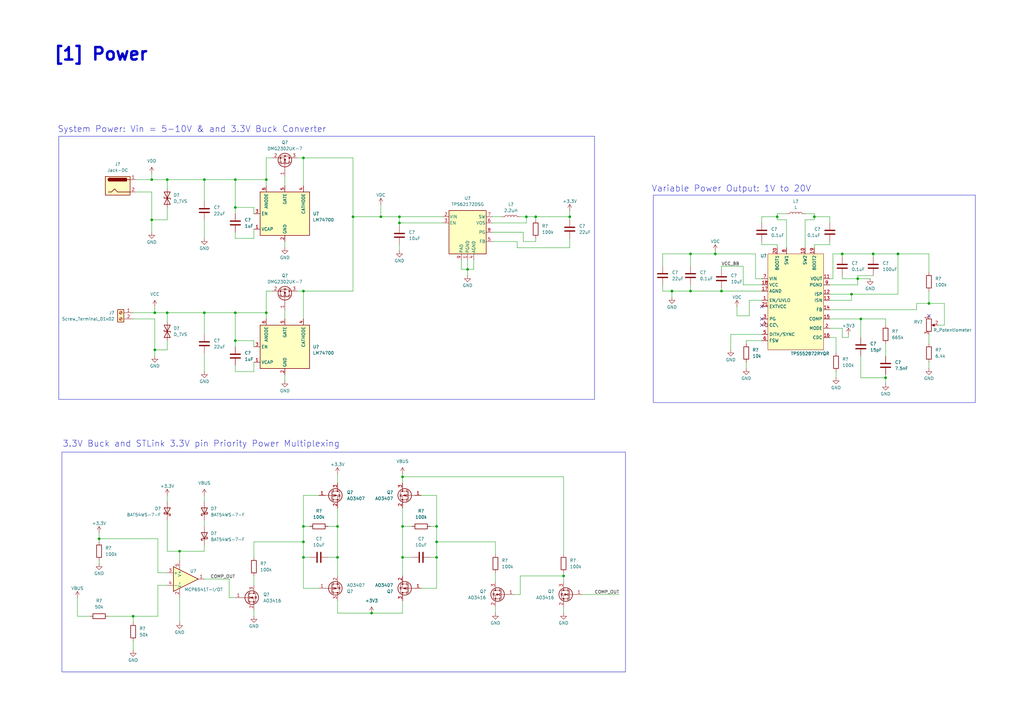
<source format=kicad_sch>
(kicad_sch (version 20231120) (generator "eeschema") (generator_version "8.0")
  (paper "A3")
  (lib_symbols
    (symbol "Comparator:MCP6561x-LT" (pin_names (offset 0.127))
      (property "Reference" "U" (at -1.27 6.35 0))
      (property "Value" "MCP6561x-LT" (at -1.27 3.81 0))
      (symbol "MCP6561x-LT_0_1"
        (pin power_in line (at -2.54 -7.62 90) (length 3.81) (name "V-") (number "2"))
        (pin power_in line (at -2.54 7.62 270) (length 3.81) (name "V+") (number "5"))
      )
      (symbol "MCP6561x-LT_1_1"
        (pin output line (at 7.62 0 180) (length 2.54) (name "~") (number "1"))
        (pin input line (at -7.62 2.54 0) (length 2.54) (name "+") (number "3"))
        (pin input line (at -7.62 -2.54 0) (length 2.54) (name "-") (number "4"))
      )
    )
    (symbol "Connector:Jack-DC" (pin_names (offset 1.016))
      (property "Reference" "J" (at 0 5.334 0))
      (property "Value" "Jack-DC" (at 0 -5.08 0))
      (symbol "Jack-DC_1_1"
        (pin passive line (at 7.62 2.54 180) (length 2.54) (name "~") (number "1"))
        (pin passive line (at 7.62 -2.54 180) (length 2.54) (name "~") (number "2"))
      )
    )
    (symbol "Connector:Screw_Terminal_01x02" (pin_names (offset 1.016) hide)
      (property "Reference" "J" (at 0 2.54 0))
      (property "Value" "Screw_Terminal_01x02" (at 0 -5.08 0))
      (symbol "Screw_Terminal_01x02_1_1"
        (pin passive line (at -5.08 0 0) (length 3.81) (name "Pin_1") (number "1"))
        (pin passive line (at -5.08 -2.54 0) (length 3.81) (name "Pin_2") (number "2"))
      )
    )
    (symbol "Device:C" (pin_numbers hide) (pin_names (offset 0.254))
      (property "Reference" "C" (at 0.635 2.54 0))
      (property "Value" "C" (at 0.635 -2.54 0))
      (symbol "C_1_1"
        (pin passive line (at 0 3.81 270) (length 2.794) (name "~") (number "1"))
        (pin passive line (at 0 -3.81 90) (length 2.794) (name "~") (number "2"))
      )
    )
    (symbol "Device:D_TVS" (pin_numbers hide) (pin_names (offset 1.016) hide)
      (property "Reference" "D" (at 0 2.54 0))
      (property "Value" "D_TVS" (at 0 -2.54 0))
      (symbol "D_TVS_1_1"
        (pin passive line (at -3.81 0 0) (length 2.54) (name "A1") (number "1"))
        (pin passive line (at 3.81 0 180) (length 2.54) (name "A2") (number "2"))
      )
    )
    (symbol "Device:L" (pin_numbers hide) (pin_names (offset 1.016) hide)
      (property "Reference" "L" (at -1.27 0 90))
      (property "Value" "L" (at 1.905 0 90))
      (symbol "L_1_1"
        (pin passive line (at 0 3.81 270) (length 1.27) (name "1") (number "1"))
        (pin passive line (at 0 -3.81 90) (length 1.27) (name "2") (number "2"))
      )
    )
    (symbol "Device:R" (pin_numbers hide) (pin_names (offset 0))
      (property "Reference" "R" (at 2.032 0 90))
      (property "Value" "R" (at 0 0 90))
      (symbol "R_1_1"
        (pin passive line (at 0 3.81 270) (length 1.27) (name "~") (number "1"))
        (pin passive line (at 0 -3.81 90) (length 1.27) (name "~") (number "2"))
      )
    )
    (symbol "Device:R_Potentiometer" (pin_names (offset 1.016) hide)
      (property "Reference" "RV" (at -4.445 0 90))
      (property "Value" "R_Potentiometer" (at -2.54 0 90))
      (symbol "R_Potentiometer_1_1"
        (pin passive line (at 0 3.81 270) (length 1.27) (name "1") (number "1"))
        (pin passive line (at 3.81 0 180) (length 1.27) (name "2") (number "2"))
        (pin passive line (at 0 -3.81 90) (length 1.27) (name "3") (number "3"))
      )
    )
    (symbol "Diode:BAT54J" (pin_numbers hide) (pin_names (offset 1.016) hide)
      (property "Reference" "D" (at 0 2.54 0))
      (property "Value" "BAT54J" (at 0 -2.54 0))
      (symbol "BAT54J_1_1"
        (pin passive line (at -3.81 0 0) (length 2.54) (name "K") (number "1"))
        (pin passive line (at 3.81 0 180) (length 2.54) (name "A") (number "2"))
      )
    )
    (symbol "Power_Management:LM74700"
      (property "Reference" "U?" (at 11.43 1.2701 0))
      (property "Value" "LM74700" (at 11.43 -1.2699 0))
      (symbol "LM74700_1_1"
        (pin passive line (at -12.7 -5.08 0) (length 2.54) (name "VCAP") (number "1"))
        (pin power_in line (at 0 -10.16 90) (length 2.54) (name "GND") (number "2"))
        (pin input line (at -12.7 1.27 0) (length 2.54) (name "EN") (number "3"))
        (pin input line (at 7.62 12.7 270) (length 2.54) (name "CATHODE") (number "4"))
        (pin output line (at 0 12.7 270) (length 2.54) (name "GATE") (number "5"))
        (pin power_in line (at -7.62 12.7 270) (length 2.54) (name "ANODE") (number "6"))
      )
    )
    (symbol "Regulator_Switching:TPS62172DSG" (pin_names (offset 0.254))
      (property "Reference" "U?" (at 0 15.24 0))
      (property "Value" "TPS62172DSG" (at 0 12.7 0))
      (symbol "TPS62172DSG_1_1"
        (pin power_in line (at 0 -10.16 90) (length 2.54) (name "PGND") (number "1"))
        (pin power_in line (at -10.16 7.62 0) (length 2.54) (name "VIN") (number "2"))
        (pin input line (at -10.16 5.08 0) (length 2.54) (name "EN") (number "3"))
        (pin power_in line (at 2.54 -10.16 90) (length 2.54) (name "AGND") (number "4"))
        (pin input line (at 10.16 -2.54 180) (length 2.54) (name "FB") (number "5"))
        (pin input line (at 10.16 5.08 180) (length 2.54) (name "VOS") (number "6"))
        (pin output line (at 10.16 7.62 180) (length 2.54) (name "SW") (number "7"))
        (pin open_collector line (at 10.16 1.27 180) (length 2.54) (name "PG") (number "8"))
        (pin power_in line (at -2.54 -10.16 90) (length 2.54) (name "PAD") (number "9"))
      )
    )
    (symbol "TPS552872_Buck-Boost:TPS552872RYQR"
      (property "Reference" "U" (at -12.446 20.32 0))
      (property "Value" "TPS552872RYQR" (at 8.128 -21.844 0))
      (symbol "TPS552872RYQR_0_0"
        (pin input line (at -13.97 0 0) (length 2.54) (name "EN/UVLO") (number "1"))
        (pin power_in line (at 3.81 21.59 270) (length 2.54) (name "SW2") (number "10"))
        (pin power_out line (at 13.97 8.89 180) (length 2.54) (name "VOUT") (number "11"))
        (pin input line (at 13.97 2.54 180) (length 2.54) (name "ISP") (number "12"))
        (pin input line (at 13.97 0 180) (length 2.54) (name "ISN") (number "13"))
        (pin input line (at 13.97 -3.81 180) (length 2.54) (name "FB") (number "14"))
        (pin output line (at 13.97 -7.62 180) (length 2.54) (name "COMP") (number "15"))
        (pin output line (at 13.97 -15.24 180) (length 2.54) (name "CDC") (number "16"))
        (pin passive line (at -13.97 3.81 0) (length 2.54) (name "AGND") (number "17"))
        (pin output line (at -13.97 6.35 0) (length 2.54) (name "VCC") (number "18"))
        (pin output line (at 7.62 21.59 270) (length 2.54) (name "BOOT2") (number "19"))
        (pin input line (at 13.97 -11.43 180) (length 2.54) (name "MODE") (number "2"))
        (pin output line (at -7.62 21.59 270) (length 2.54) (name "BOOT1") (number "20"))
        (pin input line (at -13.97 -2.54 0) (length 2.54) (name "EXTVCC") (number "21"))
        (pin open_collector line (at -13.97 -7.62 0) (length 2.54) (name "PG") (number "3"))
        (pin open_collector inverted (at -13.97 -10.16 0) (length 2.54) (name "CC\\") (number "4"))
        (pin input line (at -13.97 -13.97 0) (length 2.54) (name "DITH/SYNC") (number "5"))
        (pin input line (at -13.97 -16.51 0) (length 2.54) (name "FSW") (number "6"))
        (pin power_in line (at -13.97 8.89 0) (length 2.54) (name "VIN") (number "7"))
        (pin power_in line (at -3.81 21.59 270) (length 2.54) (name "SW1") (number "8"))
        (pin power_in line (at 13.97 6.35 180) (length 2.54) (name "PGND") (number "9"))
      )
    )
    (symbol "Transistor_FET:AO3400A" (pin_names hide)
      (property "Reference" "Q" (at 5.08 1.905 0))
      (property "Value" "AO3400A" (at 5.08 0 0))
      (symbol "AO3400A_1_1"
        (pin input line (at -5.08 0 0) (length 2.54) (name "G") (number "1"))
        (pin passive line (at 2.54 -5.08 90) (length 2.54) (name "S") (number "2"))
        (pin passive line (at 2.54 5.08 270) (length 2.54) (name "D") (number "3"))
      )
    )
    (symbol "Transistor_FET:AO3401A" (pin_names hide)
      (property "Reference" "Q" (at 5.08 1.905 0))
      (property "Value" "AO3401A" (at 5.08 0 0))
      (symbol "AO3401A_1_1"
        (pin input line (at -5.08 0 0) (length 2.54) (name "G") (number "1"))
        (pin passive line (at 2.54 -5.08 90) (length 2.54) (name "S") (number "2"))
        (pin passive line (at 2.54 5.08 270) (length 2.54) (name "D") (number "3"))
      )
    )
    (symbol "Transistor_FET:DMG2302U" (pin_names hide)
      (property "Reference" "Q" (at 5.08 1.905 0))
      (property "Value" "DMG2302U" (at 5.08 0 0))
      (symbol "DMG2302U_1_1"
        (pin input line (at -5.08 0 0) (length 2.54) (name "G") (number "1"))
        (pin passive line (at 2.54 -5.08 90) (length 2.54) (name "S") (number "2"))
        (pin passive line (at 2.54 5.08 270) (length 2.54) (name "D") (number "3"))
      )
    )
    (symbol "power:+3.3V" (power) (pin_numbers hide) (pin_names (offset 0) hide)
      (property "Value" "+3.3V" (at 0 3.556 0))
      (symbol "+3.3V_1_1"
        (pin power_in line (at 0 0 90) (length 0) (name "~") (number "1"))
      )
    )
    (symbol "power:+3V3" (power) (pin_numbers hide) (pin_names (offset 0) hide)
      (property "Value" "+3V3" (at 0 3.556 0))
      (symbol "+3V3_1_1"
        (pin power_in line (at 0 0 90) (length 0) (name "~") (number "1"))
      )
    )
    (symbol "power:GND" (power) (pin_numbers hide) (pin_names (offset 0) hide)
      (property "Value" "GND" (at 0 -3.81 0))
      (symbol "GND_1_1"
        (pin power_in line (at 0 0 270) (length 0) (name "~") (number "1"))
      )
    )
    (symbol "power:VBUS" (power) (pin_numbers hide) (pin_names (offset 0) hide)
      (property "Value" "VBUS" (at 0 3.556 0))
      (symbol "VBUS_1_1"
        (pin power_in line (at 0 0 90) (length 0) (name "~") (number "1"))
      )
    )
    (symbol "power:VCC" (power) (pin_numbers hide) (pin_names (offset 0) hide)
      (property "Value" "VCC" (at 0 3.556 0))
      (symbol "VCC_1_1"
        (pin power_in line (at 0 0 90) (length 0) (name "~") (number "1"))
      )
    )
    (symbol "power:VDC" (power) (pin_numbers hide) (pin_names (offset 0) hide)
      (property "Value" "VDC" (at 0 3.556 0))
      (symbol "VDC_1_1"
        (pin power_in line (at 0 0 90) (length 0) (name "~") (number "1"))
      )
    )
    (symbol "power:VDD" (power) (pin_numbers hide) (pin_names (offset 0) hide)
      (property "Value" "VDD" (at 0 3.556 0))
      (symbol "VDD_1_1"
        (pin power_in line (at 0 0 90) (length 0) (name "~") (number "1"))
      )
    )
  )
  (junction (at 363.22 154.94))
  (junction (at 231.14 236.22))
  (junction (at 68.58 73.66))
  (junction (at 179.07 228.6))
  (junction (at 63.5 128.27))
  (junction (at 83.82 73.66))
  (junction (at 163.83 91.44))
  (junction (at 334.01 88.9))
  (junction (at 62.23 90.17))
  (junction (at 349.25 120.65))
  (junction (at 163.83 88.9))
  (junction (at 345.44 104.14))
  (junction (at 179.07 215.9))
  (junction (at 138.43 228.6))
  (junction (at 165.1 195.58))
  (junction (at 40.64 220.98))
  (junction (at 63.5 143.51))
  (junction (at 144.78 88.9))
  (junction (at 358.14 104.14))
  (junction (at 54.61 252.73))
  (junction (at 351.79 114.3))
  (junction (at 109.22 128.27))
  (junction (at 96.52 128.27))
  (junction (at 124.46 222.25))
  (junction (at 275.59 119.38))
  (junction (at 191.77 110.49))
  (junction (at 165.1 215.9))
  (junction (at 73.66 226.06))
  (junction (at 62.23 73.66))
  (junction (at 283.21 119.38))
  (junction (at 68.58 128.27))
  (junction (at 179.07 222.25))
  (junction (at 219.71 88.9))
  (junction (at 124.46 228.6))
  (junction (at 96.52 73.66))
  (junction (at 83.82 128.27))
  (junction (at 152.4 251.46))
  (junction (at 283.21 104.14))
  (junction (at 138.43 215.9))
  (junction (at 165.1 228.6))
  (junction (at 124.46 64.77))
  (junction (at 318.77 88.9))
  (junction (at 96.52 139.7))
  (junction (at 353.06 130.81))
  (junction (at 368.3 104.14))
  (junction (at 109.22 73.66))
  (junction (at 233.68 88.9))
  (junction (at 156.21 88.9))
  (junction (at 124.46 119.38))
  (junction (at 293.37 104.14))
  (junction (at 381 124.46))
  (junction (at 96.52 85.09))
  (junction (at 295.91 119.38))
  (junction (at 124.46 215.9))
  (junction (at 215.9 88.9))
  (no_connect (at 381 129.54))
  (no_connect (at 312.42 133.35))
  (no_connect (at 312.42 130.81))
  (no_connect (at 312.42 125.73))
  (wire (pts (xy 68.58 73.66) (xy 83.82 73.66)))
  (wire (pts (xy 368.3 120.65) (xy 349.25 120.65)))
  (wire (pts (xy 189.23 106.68) (xy 189.23 110.49)))
  (wire (pts (xy 231.14 236.22) (xy 231.14 238.76)))
  (wire (pts (xy 191.77 110.49) (xy 194.31 110.49)))
  (wire (pts (xy 93.98 237.49) (xy 93.98 245.11)))
  (wire (pts (xy 152.4 251.46) (xy 165.1 251.46)))
  (wire (pts (xy 340.36 91.44) (xy 340.36 88.9)))
  (wire (pts (xy 165.1 195.58) (xy 165.1 198.12)))
  (wire (pts (xy 283.21 116.84) (xy 283.21 119.38)))
  (wire (pts (xy 96.52 152.4) (xy 104.14 152.4)))
  (wire (pts (xy 165.1 251.46) (xy 165.1 246.38)))
  (wire (pts (xy 233.68 86.36) (xy 233.68 88.9)))
  (wire (pts (xy 172.72 241.3) (xy 179.07 241.3)))
  (wire (pts (xy 381 137.16) (xy 381 140.97)))
  (wire (pts (xy 68.58 234.95) (xy 64.77 234.95)))
  (wire (pts (xy 201.93 95.25) (xy 214.63 95.25)))
  (wire (pts (xy 353.06 146.05) (xy 353.06 154.94)))
  (wire (pts (xy 302.26 125.73) (xy 302.26 129.54)))
  (wire (pts (xy 116.84 153.67) (xy 116.84 156.21)))
  (wire (pts (xy 165.1 208.28) (xy 165.1 215.9)))
  (wire (pts (xy 104.14 228.6) (xy 104.14 222.25)))
  (wire (pts (xy 312.42 88.9) (xy 318.77 88.9)))
  (wire (pts (xy 124.46 215.9) (xy 127 215.9)))
  (wire (pts (xy 83.82 82.55) (xy 83.82 73.66)))
  (wire (pts (xy 104.14 142.24) (xy 104.14 139.7)))
  (wire (pts (xy 375.92 124.46) (xy 381 124.46)))
  (wire (pts (xy 124.46 130.81) (xy 124.46 119.38)))
  (wire (pts (xy 104.14 93.98) (xy 104.14 97.79)))
  (wire (pts (xy 104.14 236.22) (xy 104.14 240.03)))
  (wire (pts (xy 124.46 241.3) (xy 124.46 228.6)))
  (wire (pts (xy 130.81 203.2) (xy 124.46 203.2)))
  (wire (pts (xy 219.71 97.79) (xy 219.71 99.06)))
  (wire (pts (xy 138.43 208.28) (xy 138.43 215.9)))
  (wire (pts (xy 345.44 114.3) (xy 351.79 114.3)))
  (wire (pts (xy 134.62 228.6) (xy 138.43 228.6)))
  (wire (pts (xy 124.46 119.38) (xy 144.78 119.38)))
  (wire (pts (xy 104.14 148.59) (xy 104.14 152.4)))
  (wire (pts (xy 304.8 116.84) (xy 312.42 116.84)))
  (wire (pts (xy 40.64 220.98) (xy 40.64 222.25)))
  (wire (pts (xy 358.14 113.03) (xy 351.79 113.03)))
  (wire (pts (xy 318.77 87.63) (xy 318.77 88.9)))
  (wire (pts (xy 345.44 113.03) (xy 345.44 114.3)))
  (wire (pts (xy 83.82 144.78) (xy 83.82 152.4)))
  (wire (pts (xy 318.77 88.9) (xy 318.77 90.17)))
  (wire (pts (xy 231.14 248.92) (xy 231.14 251.46)))
  (wire (pts (xy 342.9 138.43) (xy 342.9 144.78)))
  (wire (pts (xy 96.52 128.27) (xy 96.52 139.7)))
  (wire (pts (xy 309.88 114.3) (xy 312.42 114.3)))
  (wire (pts (xy 347.98 138.43) (xy 347.98 137.16)))
  (wire (pts (xy 165.1 195.58) (xy 231.14 195.58)))
  (wire (pts (xy 349.25 123.19) (xy 349.25 120.65)))
  (wire (pts (xy 68.58 240.03) (xy 64.77 240.03)))
  (wire (pts (xy 191.77 110.49) (xy 191.77 113.03)))
  (wire (pts (xy 213.36 243.84) (xy 213.36 236.22)))
  (wire (pts (xy 231.14 234.95) (xy 231.14 236.22)))
  (wire (pts (xy 340.36 99.06) (xy 340.36 100.33)))
  (wire (pts (xy 68.58 143.51) (xy 63.5 143.51)))
  (wire (pts (xy 109.22 76.2) (xy 109.22 73.66)))
  (wire (pts (xy 312.42 139.7) (xy 306.07 139.7)))
  (wire (pts (xy 312.42 100.33) (xy 318.77 100.33)))
  (wire (pts (xy 73.66 245.11) (xy 73.66 255.27)))
  (wire (pts (xy 62.23 71.12) (xy 62.23 73.66)))
  (wire (pts (xy 55.88 78.74) (xy 62.23 78.74)))
  (wire (pts (xy 83.82 223.52) (xy 83.82 226.06)))
  (wire (pts (xy 295.91 109.22) (xy 304.8 109.22)))
  (wire (pts (xy 213.36 236.22) (xy 231.14 236.22)))
  (wire (pts (xy 358.14 104.14) (xy 368.3 104.14)))
  (wire (pts (xy 138.43 215.9) (xy 138.43 228.6)))
  (wire (pts (xy 381 119.38) (xy 381 124.46)))
  (wire (pts (xy 138.43 246.38) (xy 138.43 251.46)))
  (wire (pts (xy 96.52 73.66) (xy 96.52 85.09)))
  (wire (pts (xy 363.22 153.67) (xy 363.22 154.94)))
  (wire (pts (xy 124.46 119.38) (xy 121.92 119.38)))
  (wire (pts (xy 96.52 85.09) (xy 96.52 87.63)))
  (wire (pts (xy 306.07 139.7) (xy 306.07 140.97)))
  (wire (pts (xy 231.14 195.58) (xy 231.14 227.33)))
  (wire (pts (xy 62.23 90.17) (xy 62.23 95.25)))
  (wire (pts (xy 144.78 64.77) (xy 144.78 88.9)))
  (wire (pts (xy 68.58 226.06) (xy 73.66 226.06)))
  (wire (pts (xy 163.83 100.33) (xy 163.83 102.87)))
  (wire (pts (xy 345.44 104.14) (xy 358.14 104.14)))
  (wire (pts (xy 345.44 104.14) (xy 345.44 105.41)))
  (wire (pts (xy 163.83 91.44) (xy 181.61 91.44)))
  (wire (pts (xy 96.52 97.79) (xy 104.14 97.79)))
  (wire (pts (xy 124.46 64.77) (xy 121.92 64.77)))
  (wire (pts (xy 203.2 222.25) (xy 179.07 222.25)))
  (wire (pts (xy 312.42 99.06) (xy 312.42 100.33)))
  (wire (pts (xy 156.21 83.82) (xy 156.21 88.9)))
  (wire (pts (xy 165.1 194.31) (xy 165.1 195.58)))
  (wire (pts (xy 104.14 222.25) (xy 124.46 222.25)))
  (wire (pts (xy 179.07 203.2) (xy 179.07 215.9)))
  (wire (pts (xy 109.22 64.77) (xy 109.22 73.66)))
  (wire (pts (xy 363.22 154.94) (xy 363.22 157.48)))
  (wire (pts (xy 138.43 228.6) (xy 138.43 236.22)))
  (wire (pts (xy 342.9 152.4) (xy 342.9 154.94)))
  (wire (pts (xy 63.5 143.51) (xy 63.5 146.05)))
  (wire (pts (xy 68.58 90.17) (xy 62.23 90.17)))
  (wire (pts (xy 40.64 220.98) (xy 64.77 220.98)))
  (wire (pts (xy 104.14 139.7) (xy 96.52 139.7)))
  (wire (pts (xy 93.98 245.11) (xy 96.52 245.11)))
  (wire (pts (xy 64.77 240.03) (xy 64.77 252.73)))
  (wire (pts (xy 83.82 213.36) (xy 83.82 215.9)))
  (wire (pts (xy 62.23 73.66) (xy 68.58 73.66)))
  (wire (pts (xy 307.34 123.19) (xy 312.42 123.19)))
  (wire (pts (xy 83.82 203.2) (xy 83.82 205.74)))
  (wire (pts (xy 54.61 130.81) (xy 63.5 130.81)))
  (wire (pts (xy 116.84 72.39) (xy 116.84 76.2)))
  (wire (pts (xy 124.46 203.2) (xy 124.46 215.9)))
  (wire (pts (xy 134.62 215.9) (xy 138.43 215.9)))
  (wire (pts (xy 233.68 97.79) (xy 233.68 101.6)))
  (wire (pts (xy 213.36 88.9) (xy 215.9 88.9)))
  (wire (pts (xy 73.66 226.06) (xy 83.82 226.06)))
  (wire (pts (xy 116.84 99.06) (xy 116.84 101.6)))
  (wire (pts (xy 165.1 215.9) (xy 165.1 228.6)))
  (wire (pts (xy 168.91 215.9) (xy 165.1 215.9)))
  (wire (pts (xy 363.22 130.81) (xy 353.06 130.81)))
  (wire (pts (xy 144.78 119.38) (xy 144.78 88.9)))
  (wire (pts (xy 138.43 251.46) (xy 152.4 251.46)))
  (wire (pts (xy 219.71 99.06) (xy 214.63 99.06)))
  (wire (pts (xy 124.46 228.6) (xy 127 228.6)))
  (wire (pts (xy 168.91 228.6) (xy 165.1 228.6)))
  (wire (pts (xy 306.07 148.59) (xy 306.07 151.13)))
  (wire (pts (xy 318.77 100.33) (xy 318.77 101.6)))
  (wire (pts (xy 334.01 88.9) (xy 334.01 90.17)))
  (wire (pts (xy 271.78 116.84) (xy 271.78 119.38)))
  (wire (pts (xy 63.5 130.81) (xy 63.5 143.51)))
  (wire (pts (xy 179.07 222.25) (xy 179.07 228.6)))
  (wire (pts (xy 68.58 139.7) (xy 68.58 143.51)))
  (wire (pts (xy 345.44 138.43) (xy 347.98 138.43)))
  (wire (pts (xy 124.46 64.77) (xy 144.78 64.77)))
  (wire (pts (xy 375.92 127) (xy 375.92 124.46)))
  (wire (pts (xy 163.83 88.9) (xy 163.83 91.44)))
  (wire (pts (xy 104.14 85.09) (xy 96.52 85.09)))
  (wire (pts (xy 283.21 104.14) (xy 283.21 109.22)))
  (wire (pts (xy 334.01 100.33) (xy 334.01 101.6)))
  (wire (pts (xy 312.42 137.16) (xy 299.72 137.16)))
  (wire (pts (xy 54.61 252.73) (xy 54.61 255.27)))
  (wire (pts (xy 271.78 104.14) (xy 271.78 109.22)))
  (wire (pts (xy 214.63 99.06) (xy 214.63 95.25)))
  (wire (pts (xy 96.52 95.25) (xy 96.52 97.79)))
  (wire (pts (xy 40.64 218.44) (xy 40.64 220.98)))
  (wire (pts (xy 191.77 106.68) (xy 191.77 110.49)))
  (wire (pts (xy 179.07 215.9) (xy 176.53 215.9)))
  (wire (pts (xy 83.82 237.49) (xy 93.98 237.49)))
  (wire (pts (xy 109.22 130.81) (xy 109.22 128.27)))
  (wire (pts (xy 384.81 133.35) (xy 387.35 133.35)))
  (wire (pts (xy 172.72 203.2) (xy 179.07 203.2)))
  (wire (pts (xy 330.2 90.17) (xy 330.2 101.6)))
  (wire (pts (xy 68.58 77.47) (xy 68.58 73.66)))
  (wire (pts (xy 144.78 88.9) (xy 156.21 88.9)))
  (wire (pts (xy 124.46 76.2) (xy 124.46 64.77)))
  (wire (pts (xy 96.52 139.7) (xy 96.52 142.24)))
  (wire (pts (xy 307.34 129.54) (xy 307.34 123.19)))
  (wire (pts (xy 116.84 127) (xy 116.84 130.81)))
  (wire (pts (xy 40.64 229.87) (xy 40.64 231.14)))
  (wire (pts (xy 68.58 213.36) (xy 68.58 226.06)))
  (wire (pts (xy 295.91 110.49) (xy 295.91 109.22)))
  (wire (pts (xy 163.83 91.44) (xy 163.83 92.71)))
  (wire (pts (xy 68.58 85.09) (xy 68.58 90.17)))
  (wire (pts (xy 351.79 114.3) (xy 351.79 116.84)))
  (wire (pts (xy 54.61 262.89) (xy 54.61 266.7)))
  (wire (pts (xy 189.23 110.49) (xy 191.77 110.49)))
  (wire (pts (xy 109.22 128.27) (xy 96.52 128.27)))
  (wire (pts (xy 179.07 215.9) (xy 179.07 222.25)))
  (wire (pts (xy 363.22 140.97) (xy 363.22 146.05)))
  (wire (pts (xy 351.79 113.03) (xy 351.79 114.3)))
  (wire (pts (xy 334.01 87.63) (xy 334.01 88.9)))
  (wire (pts (xy 381 148.59) (xy 381 151.13)))
  (wire (pts (xy 340.36 130.81) (xy 353.06 130.81)))
  (wire (pts (xy 73.66 226.06) (xy 73.66 229.87)))
  (wire (pts (xy 293.37 104.14) (xy 309.88 104.14)))
  (wire (pts (xy 83.82 128.27) (xy 96.52 128.27)))
  (wire (pts (xy 109.22 119.38) (xy 109.22 128.27)))
  (wire (pts (xy 312.42 91.44) (xy 312.42 88.9)))
  (wire (pts (xy 62.23 78.74) (xy 62.23 90.17)))
  (wire (pts (xy 340.36 114.3) (xy 341.63 114.3)))
  (wire (pts (xy 165.1 228.6) (xy 165.1 236.22)))
  (wire (pts (xy 111.76 119.38) (xy 109.22 119.38)))
  (wire (pts (xy 109.22 73.66) (xy 96.52 73.66)))
  (wire (pts (xy 203.2 248.92) (xy 203.2 251.46)))
  (wire (pts (xy 340.36 88.9) (xy 334.01 88.9)))
  (wire (pts (xy 381 111.76) (xy 381 104.14)))
  (wire (pts (xy 309.88 104.14) (xy 309.88 114.3)))
  (wire (pts (xy 322.58 90.17) (xy 322.58 101.6)))
  (wire (pts (xy 201.93 91.44) (xy 215.9 91.44)))
  (wire (pts (xy 215.9 91.44) (xy 215.9 88.9)))
  (wire (pts (xy 351.79 116.84) (xy 340.36 116.84)))
  (wire (pts (xy 194.31 106.68) (xy 194.31 110.49)))
  (wire (pts (xy 83.82 90.17) (xy 83.82 97.79)))
  (wire (pts (xy 381 124.46) (xy 387.35 124.46)))
  (wire (pts (xy 213.36 243.84) (xy 210.82 243.84)))
  (wire (pts (xy 238.76 243.84) (xy 254 243.84)))
  (wire (pts (xy 124.46 215.9) (xy 124.46 222.25)))
  (wire (pts (xy 340.36 134.62) (xy 345.44 134.62)))
  (wire (pts (xy 63.5 128.27) (xy 68.58 128.27)))
  (wire (pts (xy 356.87 114.3) (xy 351.79 114.3)))
  (wire (pts (xy 341.63 104.14) (xy 345.44 104.14)))
  (wire (pts (xy 31.75 252.73) (xy 36.83 252.73)))
  (wire (pts (xy 83.82 137.16) (xy 83.82 128.27)))
  (wire (pts (xy 368.3 104.14) (xy 368.3 120.65)))
  (wire (pts (xy 295.91 119.38) (xy 312.42 119.38)))
  (wire (pts (xy 387.35 133.35) (xy 387.35 124.46)))
  (wire (pts (xy 340.36 100.33) (xy 334.01 100.33)))
  (wire (pts (xy 299.72 137.16) (xy 299.72 143.51)))
  (wire (pts (xy 304.8 109.22) (xy 304.8 116.84)))
  (wire (pts (xy 340.36 123.19) (xy 349.25 123.19)))
  (wire (pts (xy 341.63 114.3) (xy 341.63 104.14)))
  (wire (pts (xy 124.46 222.25) (xy 124.46 228.6)))
  (wire (pts (xy 358.14 104.14) (xy 358.14 105.41)))
  (wire (pts (xy 271.78 119.38) (xy 275.59 119.38)))
  (wire (pts (xy 212.09 101.6) (xy 212.09 99.06)))
  (wire (pts (xy 215.9 88.9) (xy 219.71 88.9)))
  (wire (pts (xy 179.07 241.3) (xy 179.07 228.6)))
  (wire (pts (xy 233.68 88.9) (xy 233.68 90.17)))
  (wire (pts (xy 68.58 128.27) (xy 83.82 128.27)))
  (wire (pts (xy 318.77 90.17) (xy 322.58 90.17)))
  (wire (pts (xy 345.44 134.62) (xy 345.44 138.43)))
  (wire (pts (xy 64.77 234.95) (xy 64.77 220.98)))
  (wire (pts (xy 203.2 222.25) (xy 203.2 227.33)))
  (wire (pts (xy 96.52 149.86) (xy 96.52 152.4)))
  (wire (pts (xy 104.14 250.19) (xy 104.14 252.73)))
  (wire (pts (xy 330.2 87.63) (xy 334.01 87.63)))
  (wire (pts (xy 353.06 130.81) (xy 353.06 138.43)))
  (wire (pts (xy 63.5 128.27) (xy 54.61 128.27)))
  (wire (pts (xy 381 104.14) (xy 368.3 104.14)))
  (wire (pts (xy 201.93 88.9) (xy 205.74 88.9)))
  (wire (pts (xy 322.58 87.63) (xy 318.77 87.63)))
  (wire (pts (xy 44.45 252.73) (xy 54.61 252.73)))
  (wire (pts (xy 295.91 118.11) (xy 295.91 119.38)))
  (wire (pts (xy 233.68 101.6) (xy 212.09 101.6)))
  (wire (pts (xy 283.21 119.38) (xy 295.91 119.38)))
  (wire (pts (xy 130.81 241.3) (xy 124.46 241.3)))
  (wire (pts (xy 83.82 73.66) (xy 96.52 73.66)))
  (wire (pts (xy 293.37 104.14) (xy 283.21 104.14)))
  (wire (pts (xy 271.78 104.14) (xy 283.21 104.14)))
  (wire (pts (xy 201.93 99.06) (xy 212.09 99.06)))
  (wire (pts (xy 293.37 102.87) (xy 293.37 104.14)))
  (wire (pts (xy 111.76 64.77) (xy 109.22 64.77)))
  (wire (pts (xy 156.21 88.9) (xy 163.83 88.9)))
  (wire (pts (xy 334.01 90.17) (xy 330.2 90.17)))
  (wire (pts (xy 275.59 121.92) (xy 275.59 119.38)))
  (wire (pts (xy 340.36 138.43) (xy 342.9 138.43)))
  (wire (pts (xy 353.06 154.94) (xy 363.22 154.94)))
  (wire (pts (xy 302.26 129.54) (xy 307.34 129.54)))
  (wire (pts (xy 219.71 88.9) (xy 233.68 88.9)))
  (wire (pts (xy 349.25 120.65) (xy 340.36 120.65)))
  (wire (pts (xy 104.14 87.63) (xy 104.14 85.09)))
  (wire (pts (xy 68.58 128.27) (xy 68.58 132.08)))
  (wire (pts (xy 138.43 194.31) (xy 138.43 198.12)))
  (wire (pts (xy 219.71 88.9) (xy 219.71 90.17)))
  (wire (pts (xy 63.5 125.73) (xy 63.5 128.27)))
  (wire (pts (xy 31.75 245.11) (xy 31.75 252.73)))
  (wire (pts (xy 363.22 133.35) (xy 363.22 130.81)))
  (wire (pts (xy 275.59 119.38) (xy 283.21 119.38)))
  (wire (pts (xy 203.2 234.95) (xy 203.2 238.76)))
  (wire (pts (xy 340.36 127) (xy 375.92 127)))
  (wire (pts (xy 179.07 228.6) (xy 176.53 228.6)))
  (wire (pts (xy 181.61 88.9) (xy 163.83 88.9)))
  (wire (pts (xy 64.77 252.73) (xy 54.61 252.73)))
  (wire (pts (xy 62.23 73.66) (xy 55.88 73.66)))
  (wire (pts (xy 68.58 203.2) (xy 68.58 205.74)))
  (rectangle (start 267.97 80.01) (end 400.05 165.1))
  (rectangle (start 24.13 55.88) (end 243.84 163.83))
  (rectangle (start 25.4 185.42) (end 256.54 275.59))
  (text "System Power: Vin = 5-10V & and 3.3V Buck Converter" (at 78.74 53.086 0) (effects (font (size 2.54 2.54))))
  (text "Variable Power Output: 1V to 20V" (at 299.974 77.47 0) (effects (font (size 2.54 2.54))))
  (text "[1] Power" (at 41.402 22.352 0) (effects (font (size 5.08 5.08) (thickness 1.016) (bold yes))))
  (text " 3.3V Buck and STLink 3.3V pin Priority Power Multiplexing" (at 81.534 182.118 0) (effects (font (size 2.54 2.54))))
  (label "COMP_OUT" (at 254 243.84 180))
  (label "VCC_BB" (at 295.91 109.22 0))
  (label "COMP_OUT" (at 86.36 237.49 0))
  (symbol (lib_id "Device:R") (at 172.72 215.9 270) (mirror x) (unit 1)
    (property "Reference" "R?" (at 172.72 209.55 90))
    (property "Value" "100k" (at 172.72 212.09 90))
    (property "Description" "Resistor" (effects (hide yes)))
  )
  (symbol (lib_id "Device:C") (at 96.52 91.44 0) (unit 1)
    (property "Reference" "C?" (at 100.33 90.1699 0) (effects (justify left)))
    (property "Value" "1uF" (at 100.33 92.7099 0) (effects (justify left)))
    (property "Description" "Unpolarized capacitor" (effects (hide yes)))
  )
  (symbol (lib_id "Device:C") (at 83.82 140.97 0) (unit 1)
    (property "Reference" "C?" (at 87.63 139.6999 0) (effects (justify left)))
    (property "Value" "22uF" (at 87.63 142.2399 0) (effects (justify left)))
    (property "Description" "Unpolarized capacitor" (effects (hide yes)))
  )
  (symbol (lib_id "Device:C") (at 283.21 113.03 0) (unit 1)
    (property "Reference" "C?" (at 287.02 111.7599 0) (effects (justify left)))
    (property "Value" "0.1uF" (at 287.02 114.2999 0) (effects (justify left)))
    (property "Description" "Unpolarized capacitor" (effects (hide yes)))
  )
  (symbol (lib_id "Device:R") (at 40.64 226.06 0) (unit 1)
    (property "Reference" "R?" (at 43.18 224.7899 0) (effects (justify left)))
    (property "Value" "100k" (at 43.18 227.3299 0) (effects (justify left)))
    (property "Description" "Resistor" (effects (hide yes)))
  )
  (symbol (lib_id "Device:R") (at 130.81 215.9 90) (unit 1)
    (property "Reference" "R?" (at 130.81 209.55 90))
    (property "Value" "100k" (at 130.81 212.09 90))
    (property "Description" "Resistor" (effects (hide yes)))
  )
  (symbol (lib_id "power:+3V3") (at 152.4 251.46 0) (unit 1)
    (property "Reference" "#PWR033" (effects (hide yes)))
    (property "Value" "+3V3" (at 152.4 246.38 0))
    (property "Description" "Power symbol creates a global label with name \"+3V3\"" (effects (hide yes)))
  )
  (symbol (lib_id "power:GND") (at 40.64 231.14 0) (unit 1)
    (property "Reference" "#PWR024" (effects (hide yes)))
    (property "Value" "GND" (at 40.64 235.204 0))
    (property "Description" "Power symbol creates a global label with name \"GND\" , ground" (effects (hide yes)))
  )
  (symbol (lib_id "power:GND") (at 275.59 121.92 0) (unit 1)
    (property "Reference" "#PWR035" (effects (hide yes)))
    (property "Value" "GND" (at 275.59 125.984 0))
    (property "Description" "Power symbol creates a global label with name \"GND\" , ground" (effects (hide yes)))
  )
  (symbol (lib_id "Transistor_FET:AO3401A") (at 135.89 241.3 0) (mirror x) (unit 1)
    (property "Reference" "Q?" (at 142.24 242.5701 0) (effects (justify left)))
    (property "Value" "AO3407" (at 142.24 240.0301 0) (effects (justify left)))
    (property "Footprint" "Package_TO_SOT_SMD:SOT-23" (effects (hide yes)))
    (property "Datasheet" "http://www.aosmd.com/pdfs/datasheet/AO3401A.pdf" (effects (hide yes)))
    (property "Description" "-4.0A Id, -30V Vds, P-Channel MOSFET, SOT-23" (effects (hide yes)))
  )
  (symbol (lib_id "Device:R_Potentiometer") (at 381 133.35 0) (unit 1)
    (property "Reference" "RV?" (at 378.46 132.0799 0) (effects (justify right)))
    (property "Value" "R_Potentiometer" (at 398.526 135.382 0) (effects (justify right)))
    (property "Description" "Potentiometer" (effects (hide yes)))
  )
  (symbol (lib_id "power:GND") (at 163.83 102.87 0) (unit 1)
    (property "Reference" "#PWR015" (effects (hide yes)))
    (property "Value" "GND" (at 163.83 106.934 0))
    (property "Description" "Power symbol creates a global label with name \"GND\" , ground" (effects (hide yes)))
  )
  (symbol (lib_id "Diode:BAT54J") (at 83.82 219.71 90) (unit 1)
    (property "Reference" "D?" (at 86.36 218.7574 90) (effects (justify right)))
    (property "Value" "BAT54WS-7-F" (at 86.36 221.2974 90) (effects (justify right)))
    (property "Footprint" "Diode_SMD:D_SOD-323F" (effects (hide yes)))
    (property "Datasheet" "https://assets.nexperia.com/documents/data-sheet/BAT54J.pdf" (effects (hide yes)))
    (property "Description" "30V 200mA Schottky diode, SOD-323F" (effects (hide yes)))
  )
  (symbol (lib_id "Device:C") (at 353.06 142.24 0) (unit 1)
    (property "Reference" "C?" (at 356.87 140.9699 0) (effects (justify left)))
    (property "Value" "15pF" (at 356.87 143.5099 0) (effects (justify left)))
    (property "Description" "Unpolarized capacitor" (effects (hide yes)))
  )
  (symbol (lib_id "Device:R") (at 381 115.57 0) (unit 1)
    (property "Reference" "R?" (at 383.54 114.2999 0) (effects (justify left)))
    (property "Value" "100k" (at 383.54 116.8399 0) (effects (justify left)))
    (property "Description" "Resistor" (effects (hide yes)))
  )
  (symbol (lib_id "Transistor_FET:AO3401A") (at 167.64 241.3 180) (unit 1)
    (property "Reference" "Q?" (at 161.29 242.5701 0) (effects (justify left)))
    (property "Value" "AO3407" (at 161.29 240.0301 0) (effects (justify left)))
    (property "Footprint" "Package_TO_SOT_SMD:SOT-23" (effects (hide yes)))
    (property "Datasheet" "http://www.aosmd.com/pdfs/datasheet/AO3401A.pdf" (effects (hide yes)))
    (property "Description" "-4.0A Id, -30V Vds, P-Channel MOSFET, SOT-23" (effects (hide yes)))
  )
  (symbol (lib_id "Device:R") (at 203.2 231.14 0) (unit 1)
    (property "Reference" "R?" (at 205.74 229.8699 0) (effects (justify left)))
    (property "Value" "100k" (at 205.74 232.4099 0) (effects (justify left)))
    (property "Description" "Resistor" (effects (hide yes)))
  )
  (symbol (lib_id "power:GND") (at 116.84 156.21 0) (unit 1)
    (property "Reference" "#PWR020" (effects (hide yes)))
    (property "Value" "GND" (at 116.84 160.274 0))
    (property "Description" "Power symbol creates a global label with name \"GND\" , ground" (effects (hide yes)))
  )
  (symbol (lib_id "power:GND") (at 83.82 152.4 0) (unit 1)
    (property "Reference" "#PWR019" (effects (hide yes)))
    (property "Value" "GND" (at 83.82 156.464 0))
    (property "Description" "Power symbol creates a global label with name \"GND\" , ground" (effects (hide yes)))
  )
  (symbol (lib_id "power:GND") (at 299.72 143.51 0) (unit 1)
    (property "Reference" "#PWR039" (effects (hide yes)))
    (property "Value" "GND" (at 299.72 147.574 0))
    (property "Description" "Power symbol creates a global label with name \"GND\" , ground" (effects (hide yes)))
  )
  (symbol (lib_id "Device:C") (at 358.14 109.22 0) (unit 1)
    (property "Reference" "C?" (at 361.95 107.9499 0) (effects (justify left)))
    (property "Value" "100uF" (at 361.95 110.4899 0) (effects (justify left)))
    (property "Description" "Unpolarized capacitor" (effects (hide yes)))
  )
  (symbol (lib_id "Device:R") (at 40.64 252.73 90) (unit 1)
    (property "Reference" "R?" (at 40.64 246.38 90))
    (property "Value" "50k" (at 40.64 248.92 90))
    (property "Description" "Resistor" (effects (hide yes)))
  )
  (symbol (lib_id "Transistor_FET:AO3400A") (at 233.68 243.84 0) (mirror y) (unit 1)
    (property "Reference" "Q?" (at 227.33 242.5699 0) (effects (justify left)))
    (property "Value" "AO3416" (at 227.33 245.1099 0) (effects (justify left)))
    (property "Footprint" "Package_TO_SOT_SMD:SOT-23" (effects (hide yes)))
    (property "Datasheet" "http://www.aosmd.com/pdfs/datasheet/AO3400A.pdf" (effects (hide yes)))
    (property "Description" "30V Vds, 5.7A Id, N-Channel MOSFET, SOT-23" (effects (hide yes)))
  )
  (symbol (lib_id "Connector:Screw_Terminal_01x02") (at 49.53 128.27 0) (mirror y) (unit 1)
    (property "Reference" "J?" (at 46.99 128.2699 0) (effects (justify left)))
    (property "Value" "Screw_Terminal_01x02" (at 46.99 130.8099 0) (effects (justify left)))
    (property "Description" "Generic screw terminal, single row, 01x02, script generated (kicad-library-utils/schlib/autogen/connector/)" (effects (hide yes)))
  )
  (symbol (lib_id "Device:C") (at 363.22 149.86 0) (unit 1)
    (property "Reference" "C?" (at 367.03 148.5899 0) (effects (justify left)))
    (property "Value" "7.5nF" (at 367.03 151.1299 0) (effects (justify left)))
    (property "Description" "Unpolarized capacitor" (effects (hide yes)))
  )
  (symbol (lib_id "Transistor_FET:DMG2302U") (at 116.84 67.31 270) (mirror x) (unit 1)
    (property "Reference" "Q?" (at 116.84 58.42 90))
    (property "Value" "DMG2302UK-7" (at 116.84 60.96 90))
    (property "Footprint" "Package_TO_SOT_SMD:SOT-23" (effects (hide yes)))
    (property "Datasheet" "http://www.diodes.com/assets/Datasheets/DMG2302U.pdf" (effects (hide yes)))
    (property "Description" "4.2A Id, 20V Vds, N-Channel MOSFET, SOT-23" (effects (hide yes)))
  )
  (symbol (lib_id "power:+3.3V") (at 138.43 194.31 0) (unit 1)
    (property "Reference" "#PWR030" (effects (hide yes)))
    (property "Value" "+3.3V" (at 138.43 190.5 0))
    (property "Description" "Power symbol creates a global label with name \"+3.3V\"" (effects (hide yes)))
  )
  (symbol (lib_id "power:GND") (at 356.87 114.3 0) (unit 1)
    (property "Reference" "#PWR036" (effects (hide yes)))
    (property "Value" "GND" (at 356.87 118.364 0))
    (property "Description" "Power symbol creates a global label with name \"GND\" , ground" (effects (hide yes)))
  )
  (symbol (lib_id "Transistor_FET:DMG2302U") (at 116.84 121.92 270) (mirror x) (unit 1)
    (property "Reference" "Q?" (at 116.84 113.03 90))
    (property "Value" "DMG2302UK-7" (at 116.84 115.57 90))
    (property "Footprint" "Package_TO_SOT_SMD:SOT-23" (effects (hide yes)))
    (property "Datasheet" "http://www.diodes.com/assets/Datasheets/DMG2302U.pdf" (effects (hide yes)))
    (property "Description" "4.2A Id, 20V Vds, N-Channel MOSFET, SOT-23" (effects (hide yes)))
  )
  (symbol (lib_id "power:+3.3V") (at 68.58 203.2 0) (unit 1)
    (property "Reference" "#PWR027" (effects (hide yes)))
    (property "Value" "+3.3V" (at 68.58 199.39 0))
    (property "Description" "Power symbol creates a global label with name \"+3.3V\"" (effects (hide yes)))
  )
  (symbol (lib_id "Device:R") (at 219.71 93.98 180) (unit 1)
    (property "Reference" "R?" (at 222.25 92.7099 0) (effects (justify right)))
    (property "Value" "100k" (at 222.25 95.2499 0) (effects (justify right)))
    (property "Description" "Resistor" (effects (hide yes)))
  )
  (symbol (lib_id "Device:C") (at 233.68 93.98 0) (unit 1)
    (property "Reference" "C?" (at 237.49 92.7099 0) (effects (justify left)))
    (property "Value" "22uF" (at 237.49 95.2499 0) (effects (justify left)))
    (property "Description" "Unpolarized capacitor" (effects (hide yes)))
  )
  (symbol (lib_id "Device:C") (at 130.81 228.6 90) (unit 1)
    (property "Reference" "C?" (at 130.81 220.98 90))
    (property "Value" "10uF" (at 130.81 223.52 90))
    (property "Description" "Unpolarized capacitor" (effects (hide yes)))
  )
  (symbol (lib_id "power:GND") (at 306.07 151.13 0) (unit 1)
    (property "Reference" "#PWR038" (effects (hide yes)))
    (property "Value" "GND" (at 306.07 155.194 0))
    (property "Description" "Power symbol creates a global label with name \"GND\" , ground" (effects (hide yes)))
  )
  (symbol (lib_id "Transistor_FET:AO3401A") (at 167.64 203.2 0) (mirror y) (unit 1)
    (property "Reference" "Q?" (at 161.29 201.9299 0) (effects (justify left)))
    (property "Value" "AO3407" (at 161.29 204.4699 0) (effects (justify left)))
    (property "Footprint" "Package_TO_SOT_SMD:SOT-23" (effects (hide yes)))
    (property "Datasheet" "http://www.aosmd.com/pdfs/datasheet/AO3401A.pdf" (effects (hide yes)))
    (property "Description" "-4.0A Id, -30V Vds, P-Channel MOSFET, SOT-23" (effects (hide yes)))
  )
  (symbol (lib_id "power:+3V3") (at 347.98 137.16 0) (unit 1)
    (property "Reference" "#PWR042" (effects (hide yes)))
    (property "Value" "+3V3" (at 347.98 133.604 0))
    (property "Description" "Power symbol creates a global label with name \"+3V3\"" (effects (hide yes)))
  )
  (symbol (lib_id "power:GND") (at 381 151.13 0) (unit 1)
    (property "Reference" "#PWR040" (effects (hide yes)))
    (property "Value" "GND" (at 381 155.194 0))
    (property "Description" "Power symbol creates a global label with name \"GND\" , ground" (effects (hide yes)))
  )
  (symbol (lib_id "power:VDC") (at 156.21 83.82 0) (unit 1)
    (property "Reference" "#PWR021" (effects (hide yes)))
    (property "Value" "VDC" (at 156.21 80.01 0))
    (property "Description" "Power symbol creates a global label with name \"VDC\"" (effects (hide yes)))
  )
  (symbol (lib_id "power:VBUS") (at 165.1 194.31 0) (unit 1)
    (property "Reference" "#PWR031" (effects (hide yes)))
    (property "Value" "VBUS" (at 165.1 189.23 0))
    (property "Description" "Power symbol creates a global label with name \"VBUS\"" (effects (hide yes)))
  )
  (symbol (lib_id "Device:R") (at 342.9 148.59 0) (unit 1)
    (property "Reference" "R?" (at 345.44 147.3199 0) (effects (justify left)))
    (property "Value" "100k" (at 345.44 149.8599 0) (effects (justify left)))
    (property "Description" "Resistor" (effects (hide yes)))
  )
  (symbol (lib_id "TPS552872_Buck-Boost:TPS552872RYQR") (at 326.39 123.19 0) (unit 1)
    (property "Reference" "U?" (at 313.182 104.902 0))
    (property "Value" "TPS552872RYQR" (at 332.232 145.034 0))
    (property "Description" "Buck-Boost Switching Regulator IC Positive Adjustable 0.8V 1 Output 2.5A 21-PowerVFQFN" (effects (hide yes)))
  )
  (symbol (lib_id "power:GND") (at 83.82 97.79 0) (unit 1)
    (property "Reference" "#PWR018" (effects (hide yes)))
    (property "Value" "GND" (at 83.82 101.854 0))
    (property "Description" "Power symbol creates a global label with name \"GND\" , ground" (effects (hide yes)))
  )
  (symbol (lib_id "Device:R") (at 381 144.78 0) (unit 1)
    (property "Reference" "R?" (at 383.54 143.5099 0) (effects (justify left)))
    (property "Value" "6.4k" (at 383.54 146.0499 0) (effects (justify left)))
    (property "Description" "Resistor" (effects (hide yes)))
  )
  (symbol (lib_id "power:VCC") (at 63.5 125.73 0) (unit 1)
    (property "Reference" "#PWR012" (effects (hide yes)))
    (property "Value" "VCC" (at 63.5 120.65 0))
    (property "Description" "Power symbol creates a global label with name \"VCC\"" (effects (hide yes)))
  )
  (symbol (lib_id "Connector:Jack-DC") (at 48.26 76.2 0) (unit 1)
    (property "Reference" "J?" (at 48.26 67.31 0))
    (property "Value" "Jack-DC" (at 48.26 69.85 0))
    (property "Description" "DC Barrel Jack" (effects (hide yes)))
  )
  (symbol (lib_id "Device:C") (at 96.52 146.05 0) (unit 1)
    (property "Reference" "C?" (at 100.33 144.7799 0) (effects (justify left)))
    (property "Value" "1uF" (at 100.33 147.3199 0) (effects (justify left)))
    (property "Description" "Unpolarized capacitor" (effects (hide yes)))
  )
  (symbol (lib_id "Device:C") (at 271.78 113.03 0) (unit 1)
    (property "Reference" "C?" (at 275.59 111.7599 0) (effects (justify left)))
    (property "Value" "22uF" (at 275.59 114.2999 0) (effects (justify left)))
    (property "Description" "Unpolarized capacitor" (effects (hide yes)))
  )
  (symbol (lib_id "Device:L") (at 326.39 87.63 90) (unit 1)
    (property "Reference" "L?" (at 326.39 82.55 90))
    (property "Value" "L" (at 326.39 85.09 90))
    (property "Description" "Inductor" (effects (hide yes)))
  )
  (symbol (lib_id "Regulator_Switching:TPS62172DSG") (at 191.77 96.52 0) (unit 1)
    (property "Reference" "U?" (at 191.77 81.28 0))
    (property "Value" "TPS62172DSG" (at 191.77 83.82 0))
    (property "Footprint" "Package_SON:WSON-8-1EP_2x2mm_P0.5mm_EP0.9x1.6mm_ThermalVias" (effects (hide yes)))
    (property "Datasheet" "http://www.ti.com/lit/ds/symlink/tps62170.pdf" (effects (hide yes)))
    (property "Description" "500mA Step-Down Converter with DCS-Control, fixed 3.3V output, 3-17V input voltage, WSON-8" (effects (hide yes)))
  )
  (symbol (lib_id "power:GND") (at 231.14 251.46 0) (mirror y) (unit 1)
    (property "Reference" "#PWR032" (effects (hide yes)))
    (property "Value" "GND" (at 231.14 255.524 0))
    (property "Description" "Power symbol creates a global label with name \"GND\" , ground" (effects (hide yes)))
  )
  (symbol (lib_id "power:GND") (at 62.23 95.25 0) (unit 1)
    (property "Reference" "#PWR010" (effects (hide yes)))
    (property "Value" "GND" (at 62.23 99.314 0))
    (property "Description" "Power symbol creates a global label with name \"GND\" , ground" (effects (hide yes)))
  )
  (symbol (lib_id "power:VBUS") (at 31.75 245.11 0) (unit 1)
    (property "Reference" "#PWR09" (effects (hide yes)))
    (property "Value" "VBUS" (at 31.75 241.3 0))
    (property "Description" "Power symbol creates a global label with name \"VBUS\"" (effects (hide yes)))
  )
  (symbol (lib_id "power:GND") (at 203.2 251.46 0) (mirror y) (unit 1)
    (property "Reference" "#PWR029" (effects (hide yes)))
    (property "Value" "GND" (at 203.2 255.524 0))
    (property "Description" "Power symbol creates a global label with name \"GND\" , ground" (effects (hide yes)))
  )
  (symbol (lib_id "power:+3.3V") (at 233.68 86.36 0) (unit 1)
    (property "Reference" "#PWR016" (effects (hide yes)))
    (property "Value" "+3.3V" (at 233.68 82.55 0))
    (property "Description" "Power symbol creates a global label with name \"+3.3V\"" (effects (hide yes)))
  )
  (symbol (lib_id "Device:R") (at 363.22 137.16 0) (unit 1)
    (property "Reference" "R?" (at 365.76 135.8899 0) (effects (justify left)))
    (property "Value" "665k" (at 365.76 138.4299 0) (effects (justify left)))
    (property "Description" "Resistor" (effects (hide yes)))
  )
  (symbol (lib_id "Comparator:MCP6561x-LT") (at 76.2 237.49 0) (unit 1)
    (property "Reference" "U?" (at 79.248 234.188 0))
    (property "Value" "MCP6541T-I/OT" (at 83.566 241.808 0))
    (property "Footprint" "Package_TO_SOT_SMD:SOT-353_SC-70-5" (effects (hide yes)))
    (property "Datasheet" "http://ww1.microchip.com/downloads/en/DeviceDoc/MCP6561-1R-1U-2-4-1.8V-Low-Power-Push-Pull-Output-Comparator-DS20002139E.pdf" (effects (hide yes)))
    (property "Description" "Single 1.8V Low-Power Push-Pull Output Comparator, SC-70-5" (effects (hide yes)))
  )
  (symbol (lib_id "Power_Management:LM74700") (at 116.84 143.51 0) (unit 1)
    (property "Reference" "U?" (at 128.27 142.2399 0) (effects (justify left)))
    (property "Value" "LM74700" (at 128.27 144.7799 0) (effects (justify left)))
    (property "Footprint" "Package_TO_SOT_SMD:SOT-23-6" (effects (hide yes)))
    (property "Datasheet" "http://www.ti.com/lit/gpn/LM74700-Q1" (effects (hide yes)))
    (property "Description" "Low Iq reverse battery protection ideal diode controller, SOT-23-6" (effects (hide yes)))
  )
  (symbol (lib_id "power:VDD") (at 62.23 71.12 0) (unit 1)
    (property "Reference" "#PWR013" (effects (hide yes)))
    (property "Value" "VDD" (at 62.23 66.04 0))
    (property "Description" "Power symbol creates a global label with name \"VDD\"" (effects (hide yes)))
  )
  (symbol (lib_id "power:VBUS") (at 83.82 203.2 0) (unit 1)
    (property "Reference" "#PWR026" (effects (hide yes)))
    (property "Value" "VBUS" (at 83.82 198.12 0))
    (property "Description" "Power symbol creates a global label with name \"VBUS\"" (effects (hide yes)))
  )
  (symbol (lib_id "Device:R") (at 104.14 232.41 0) (unit 1)
    (property "Reference" "R?" (at 106.68 231.1399 0) (effects (justify left)))
    (property "Value" "100k" (at 106.68 233.6799 0) (effects (justify left)))
    (property "Description" "Resistor" (effects (hide yes)))
  )
  (symbol (lib_id "Device:R") (at 54.61 259.08 0) (unit 1)
    (property "Reference" "R?" (at 57.15 257.8099 0) (effects (justify left)))
    (property "Value" "50k" (at 57.15 260.3499 0) (effects (justify left)))
    (property "Description" "Resistor" (effects (hide yes)))
  )
  (symbol (lib_id "Transistor_FET:AO3400A") (at 205.74 243.84 0) (mirror y) (unit 1)
    (property "Reference" "Q?" (at 199.39 242.5699 0) (effects (justify left)))
    (property "Value" "AO3416" (at 199.39 245.1099 0) (effects (justify left)))
    (property "Footprint" "Package_TO_SOT_SMD:SOT-23" (effects (hide yes)))
    (property "Datasheet" "http://www.aosmd.com/pdfs/datasheet/AO3400A.pdf" (effects (hide yes)))
    (property "Description" "30V Vds, 5.7A Id, N-Channel MOSFET, SOT-23" (effects (hide yes)))
  )
  (symbol (lib_id "Device:C") (at 340.36 95.25 0) (mirror y) (unit 1)
    (property "Reference" "C?" (at 336.55 93.9799 0) (effects (justify left)))
    (property "Value" "0.1uF" (at 336.55 96.5199 0) (effects (justify left)))
    (property "Description" "Unpolarized capacitor" (effects (hide yes)))
  )
  (symbol (lib_id "Device:D_TVS") (at 68.58 81.28 90) (unit 1)
    (property "Reference" "D?" (at 71.12 80.0099 90) (effects (justify right)))
    (property "Value" "D_TVS" (at 71.12 82.5499 90) (effects (justify right)))
    (property "Description" "Bidirectional transient-voltage-suppression diode" (effects (hide yes)))
  )
  (symbol (lib_id "power:GND") (at 63.5 146.05 0) (unit 1)
    (property "Reference" "#PWR011" (effects (hide yes)))
    (property "Value" "GND" (at 63.5 150.114 0))
    (property "Description" "Power symbol creates a global label with name \"GND\" , ground" (effects (hide yes)))
  )
  (symbol (lib_id "Diode:BAT54J") (at 83.82 209.55 90) (unit 1)
    (property "Reference" "D?" (at 86.36 208.5974 90) (effects (justify right)))
    (property "Value" "BAT54WS-7-F" (at 86.36 211.1374 90) (effects (justify right)))
    (property "Footprint" "Diode_SMD:D_SOD-323F" (effects (hide yes)))
    (property "Datasheet" "https://assets.nexperia.com/documents/data-sheet/BAT54J.pdf" (effects (hide yes)))
    (property "Description" "30V 200mA Schottky diode, SOD-323F" (effects (hide yes)))
  )
  (symbol (lib_id "Power_Management:LM74700") (at 116.84 88.9 0) (unit 1)
    (property "Reference" "U?" (at 128.27 87.6299 0) (effects (justify left)))
    (property "Value" "LM74700" (at 128.27 90.1699 0) (effects (justify left)))
    (property "Footprint" "Package_TO_SOT_SMD:SOT-23-6" (effects (hide yes)))
    (property "Datasheet" "http://www.ti.com/lit/gpn/LM74700-Q1" (effects (hide yes)))
    (property "Description" "Low Iq reverse battery protection ideal diode controller, SOT-23-6" (effects (hide yes)))
  )
  (symbol (lib_id "Diode:BAT54J") (at 68.58 209.55 270) (mirror x) (unit 1)
    (property "Reference" "D?" (at 66.04 208.5974 90) (effects (justify right)))
    (property "Value" "BAT54WS-7-F" (at 66.04 211.1374 90) (effects (justify right)))
    (property "Footprint" "Diode_SMD:D_SOD-323F" (effects (hide yes)))
    (property "Datasheet" "https://assets.nexperia.com/documents/data-sheet/BAT54J.pdf" (effects (hide yes)))
    (property "Description" "30V 200mA Schottky diode, SOD-323F" (effects (hide yes)))
  )
  (symbol (lib_id "power:GND") (at 104.14 252.73 0) (unit 1)
    (property "Reference" "#PWR028" (effects (hide yes)))
    (property "Value" "GND" (at 104.14 256.794 0))
    (property "Description" "Power symbol creates a global label with name \"GND\" , ground" (effects (hide yes)))
  )
  (symbol (lib_id "Device:C") (at 295.91 114.3 0) (unit 1)
    (property "Reference" "C?" (at 299.72 113.0299 0) (effects (justify left)))
    (property "Value" "10uF" (at 299.72 115.5699 0) (effects (justify left)))
    (property "Description" "Unpolarized capacitor" (effects (hide yes)))
  )
  (symbol (lib_id "power:VDC") (at 293.37 102.87 0) (unit 1)
    (property "Reference" "#PWR034" (effects (hide yes)))
    (property "Value" "VDC" (at 293.37 99.06 0))
    (property "Description" "Power symbol creates a global label with name \"VDC\"" (effects (hide yes)))
  )
  (symbol (lib_id "Device:D_TVS") (at 68.58 135.89 90) (unit 1)
    (property "Reference" "D?" (at 71.12 134.6199 90) (effects (justify right)))
    (property "Value" "D_TVS" (at 71.12 137.1599 90) (effects (justify right)))
    (property "Description" "Bidirectional transient-voltage-suppression diode" (effects (hide yes)))
  )
  (symbol (lib_id "Device:R") (at 306.07 144.78 0) (unit 1)
    (property "Reference" "R?" (at 308.61 143.5099 0) (effects (justify left)))
    (property "Value" "10k" (at 308.61 146.0499 0) (effects (justify left)))
    (property "Description" "Resistor" (effects (hide yes)))
  )
  (symbol (lib_id "Transistor_FET:AO3401A") (at 135.89 203.2 0) (unit 1)
    (property "Reference" "Q?" (at 142.24 201.9299 0) (effects (justify left)))
    (property "Value" "AO3407" (at 142.24 204.4699 0) (effects (justify left)))
    (property "Footprint" "Package_TO_SOT_SMD:SOT-23" (effects (hide yes)))
    (property "Datasheet" "http://www.aosmd.com/pdfs/datasheet/AO3401A.pdf" (effects (hide yes)))
    (property "Description" "-4.0A Id, -30V Vds, P-Channel MOSFET, SOT-23" (effects (hide yes)))
  )
  (symbol (lib_id "Device:C") (at 312.42 95.25 0) (unit 1)
    (property "Reference" "C?" (at 316.23 93.9799 0) (effects (justify left)))
    (property "Value" "0.1uF" (at 316.23 96.5199 0) (effects (justify left)))
    (property "Description" "Unpolarized capacitor" (effects (hide yes)))
  )
  (symbol (lib_id "power:VDC") (at 302.26 125.73 0) (unit 1)
    (property "Reference" "#PWR037" (effects (hide yes)))
    (property "Value" "VDC" (at 302.26 121.92 0))
    (property "Description" "Power symbol creates a global label with name \"VDC\"" (effects (hide yes)))
  )
  (symbol (lib_id "power:GND") (at 342.9 154.94 0) (unit 1)
    (property "Reference" "#PWR043" (effects (hide yes)))
    (property "Value" "GND" (at 342.9 159.004 0))
    (property "Description" "Power symbol creates a global label with name \"GND\" , ground" (effects (hide yes)))
  )
  (symbol (lib_id "power:GND") (at 116.84 101.6 0) (unit 1)
    (property "Reference" "#PWR017" (effects (hide yes)))
    (property "Value" "GND" (at 116.84 105.664 0))
    (property "Description" "Power symbol creates a global label with name \"GND\" , ground" (effects (hide yes)))
  )
  (symbol (lib_id "Device:C") (at 83.82 86.36 0) (unit 1)
    (property "Reference" "C?" (at 87.63 85.0899 0) (effects (justify left)))
    (property "Value" "22uF" (at 87.63 87.6299 0) (effects (justify left)))
    (property "Description" "Unpolarized capacitor" (effects (hide yes)))
  )
  (symbol (lib_id "power:GND") (at 363.22 157.48 0) (unit 1)
    (property "Reference" "#PWR041" (effects (hide yes)))
    (property "Value" "GND" (at 363.22 161.544 0))
    (property "Description" "Power symbol creates a global label with name \"GND\" , ground" (effects (hide yes)))
  )
  (symbol (lib_id "Transistor_FET:AO3400A") (at 101.6 245.11 0) (unit 1)
    (property "Reference" "Q?" (at 107.95 243.8399 0) (effects (justify left)))
    (property "Value" "AO3416" (at 107.95 246.3799 0) (effects (justify left)))
    (property "Footprint" "Package_TO_SOT_SMD:SOT-23" (effects (hide yes)))
    (property "Datasheet" "http://www.aosmd.com/pdfs/datasheet/AO3400A.pdf" (effects (hide yes)))
    (property "Description" "30V Vds, 5.7A Id, N-Channel MOSFET, SOT-23" (effects (hide yes)))
  )
  (symbol (lib_id "Device:C") (at 163.83 96.52 0) (unit 1)
    (property "Reference" "C?" (at 167.64 95.2499 0) (effects (justify left)))
    (property "Value" "10uF" (at 167.64 97.7899 0) (effects (justify left)))
    (property "Description" "Unpolarized capacitor" (effects (hide yes)))
  )
  (symbol (lib_id "Device:L") (at 209.55 88.9 90) (unit 1)
    (property "Reference" "L?" (at 209.55 83.82 90))
    (property "Value" "2.2uH" (at 209.55 86.36 90))
    (property "Description" "Inductor" (effects (hide yes)))
  )
  (symbol (lib_id "power:+3.3V") (at 40.64 218.44 0) (unit 1)
    (property "Reference" "#PWR023" (effects (hide yes)))
    (property "Value" "+3.3V" (at 40.64 214.63 0))
    (property "Description" "Power symbol creates a global label with name \"+3.3V\"" (effects (hide yes)))
  )
  (symbol (lib_id "power:GND") (at 191.77 113.03 0) (unit 1)
    (property "Reference" "#PWR014" (effects (hide yes)))
    (property "Value" "GND" (at 191.77 117.094 0))
    (property "Description" "Power symbol creates a global label with name \"GND\" , ground" (effects (hide yes)))
  )
  (symbol (lib_id "Device:C") (at 345.44 109.22 0) (unit 1)
    (property "Reference" "C?" (at 349.25 107.9499 0) (effects (justify left)))
    (property "Value" "0.1uF" (at 349.25 110.4899 0) (effects (justify left)))
    (property "Description" "Unpolarized capacitor" (effects (hide yes)))
  )
  (symbol (lib_id "Device:C") (at 172.72 228.6 270) (mirror x) (unit 1)
    (property "Reference" "C?" (at 172.72 220.98 90))
    (property "Value" "10uF" (at 172.72 223.52 90))
    (property "Description" "Unpolarized capacitor" (effects (hide yes)))
  )
  (symbol (lib_id "power:GND") (at 54.61 266.7 0) (unit 1)
    (property "Reference" "#PWR022" (effects (hide yes)))
    (property "Value" "GND" (at 54.61 270.764 0))
    (property "Description" "Power symbol creates a global label with name \"GND\" , ground" (effects (hide yes)))
  )
  (symbol (lib_id "Device:R") (at 231.14 231.14 0) (unit 1)
    (property "Reference" "R?" (at 233.68 229.8699 0) (effects (justify left)))
    (property "Value" "100k" (at 233.68 232.4099 0) (effects (justify left)))
    (property "Description" "Resistor" (effects (hide yes)))
  )
  (symbol (lib_id "power:GND") (at 73.66 255.27 0) (unit 1)
    (property "Reference" "#PWR025" (effects (hide yes)))
    (property "Value" "GND" (at 73.66 259.334 0))
    (property "Description" "Power symbol creates a global label with name \"GND\" , ground" (effects (hide yes)))
  )
)
</source>
